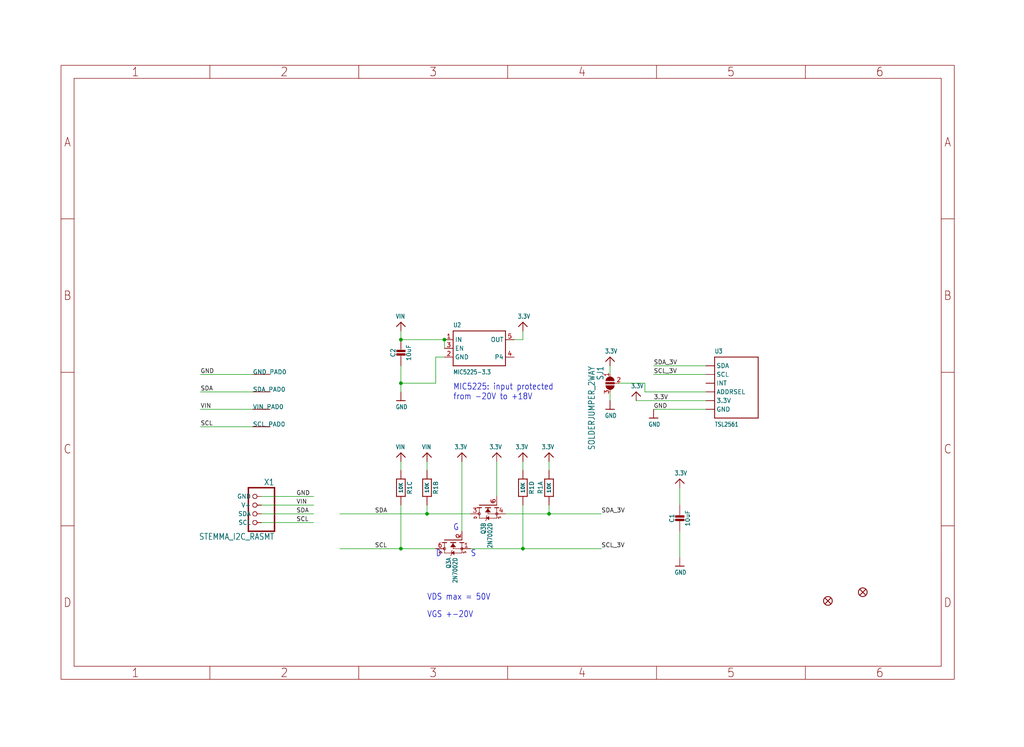
<source format=kicad_sch>
(kicad_sch (version 20211123) (generator eeschema)
  (paper "User" 298.45 217.881)
  (lib_symbols
    (symbol "eagleSchem-eagle-import:3.3V" (power)
      (property "Value" "3.3V" (at -1.524 1.016 0))
      (symbol "3.3V_1_0"
        (polyline (pts (xy -1.27 -1.27) (xy 0 0)) (stroke (width 0.254)))
        (polyline (pts (xy 0 0) (xy 1.27 -1.27)) (stroke (width 0.254)))
        (pin power_in line (at 0 -2.54 90) (length 2.54) (name "3.3V") (number "1"))
      )
    )
    (symbol "eagleSchem-eagle-import:CAP_CERAMIC0805-NOOUTLINE"
      (property "Reference" "C" (at -2.29 1.25 90))
      (property "Value" "CAP_CERAMIC0805-NOOUTLINE" (at 2.3 1.25 90))
      (symbol "CAP_CERAMIC0805-NOOUTLINE_1_0"
        (rectangle (start -1.27 0.508) (end 1.27 1.016) (fill (type outline)))
        (rectangle (start -1.27 1.524) (end 1.27 2.032) (fill (type outline)))
        (polyline (pts (xy 0 0.762) (xy 0 0)) (stroke (width 0.1524)))
        (polyline (pts (xy 0 2.54) (xy 0 1.778)) (stroke (width 0.1524)))
        (pin passive line (at 0 5.08 270) (length 2.54) (name "1") (number "1"))
        (pin passive line (at 0 -2.54 90) (length 2.54) (name "2") (number "2"))
      )
    )
    (symbol "eagleSchem-eagle-import:FIDUCIAL_1MM"
      (symbol "FIDUCIAL_1MM_1_0"
        (polyline (pts (xy -0.762 0.762) (xy 0.762 -0.762)) (stroke (width 0.254)))
        (polyline (pts (xy 0.762 0.762) (xy -0.762 -0.762)) (stroke (width 0.254)))
        (circle (center 0 0) (radius 1.27) (stroke (width 0.254)))
      )
    )
    (symbol "eagleSchem-eagle-import:FRAME_A4"
      (symbol "FRAME_A4_1_0"
        (polyline (pts (xy 0 44.7675) (xy 3.81 44.7675)))
        (polyline (pts (xy 0 89.535) (xy 3.81 89.535)))
        (polyline (pts (xy 0 134.3025) (xy 3.81 134.3025)))
        (polyline (pts (xy 3.81 3.81) (xy 3.81 175.26)))
        (polyline (pts (xy 43.3917 0) (xy 43.3917 3.81)))
        (polyline (pts (xy 43.3917 175.26) (xy 43.3917 179.07)))
        (polyline (pts (xy 86.7833 0) (xy 86.7833 3.81)))
        (polyline (pts (xy 86.7833 175.26) (xy 86.7833 179.07)))
        (polyline (pts (xy 130.175 0) (xy 130.175 3.81)))
        (polyline (pts (xy 130.175 175.26) (xy 130.175 179.07)))
        (polyline (pts (xy 173.5667 0) (xy 173.5667 3.81)))
        (polyline (pts (xy 173.5667 175.26) (xy 173.5667 179.07)))
        (polyline (pts (xy 216.9583 0) (xy 216.9583 3.81)))
        (polyline (pts (xy 216.9583 175.26) (xy 216.9583 179.07)))
        (polyline (pts (xy 256.54 3.81) (xy 3.81 3.81)))
        (polyline (pts (xy 256.54 3.81) (xy 256.54 8.89)) (stroke (width 0.1016)))
        (polyline (pts (xy 256.54 3.81) (xy 256.54 175.26)))
        (polyline (pts (xy 256.54 8.89) (xy 256.54 13.97)) (stroke (width 0.1016)))
        (polyline (pts (xy 256.54 13.97) (xy 256.54 19.05)) (stroke (width 0.1016)))
        (polyline (pts (xy 256.54 19.05) (xy 256.54 36.83)) (stroke (width 0.1016)))
        (polyline (pts (xy 256.54 44.7675) (xy 260.35 44.7675)))
        (polyline (pts (xy 256.54 89.535) (xy 260.35 89.535)))
        (polyline (pts (xy 256.54 134.3025) (xy 260.35 134.3025)))
        (polyline (pts (xy 256.54 175.26) (xy 3.81 175.26)))
        (polyline (pts (xy 0 0) (xy 260.35 0) (xy 260.35 179.07) (xy 0 179.07) (xy 0 0)))
        (text "1" (at 21.6958 1.905 0) (effects (font (size 2.54 2.286))))
        (text "1" (at 21.6958 177.165 0) (effects (font (size 2.54 2.286))))
        (text "2" (at 65.0875 1.905 0) (effects (font (size 2.54 2.286))))
        (text "2" (at 65.0875 177.165 0) (effects (font (size 2.54 2.286))))
        (text "3" (at 108.4792 1.905 0) (effects (font (size 2.54 2.286))))
        (text "3" (at 108.4792 177.165 0) (effects (font (size 2.54 2.286))))
        (text "4" (at 151.8708 1.905 0) (effects (font (size 2.54 2.286))))
        (text "4" (at 151.8708 177.165 0) (effects (font (size 2.54 2.286))))
        (text "5" (at 195.2625 1.905 0) (effects (font (size 2.54 2.286))))
        (text "5" (at 195.2625 177.165 0) (effects (font (size 2.54 2.286))))
        (text "6" (at 238.6542 1.905 0) (effects (font (size 2.54 2.286))))
        (text "6" (at 238.6542 177.165 0) (effects (font (size 2.54 2.286))))
        (text "A" (at 1.905 156.6863 0) (effects (font (size 2.54 2.286))))
        (text "A" (at 258.445 156.6863 0) (effects (font (size 2.54 2.286))))
        (text "B" (at 1.905 111.9188 0) (effects (font (size 2.54 2.286))))
        (text "B" (at 258.445 111.9188 0) (effects (font (size 2.54 2.286))))
        (text "C" (at 1.905 67.1513 0) (effects (font (size 2.54 2.286))))
        (text "C" (at 258.445 67.1513 0) (effects (font (size 2.54 2.286))))
        (text "D" (at 1.905 22.3838 0) (effects (font (size 2.54 2.286))))
        (text "D" (at 258.445 22.3838 0) (effects (font (size 2.54 2.286))))
      )
      (symbol "FRAME_A4_2_0"
        (polyline (pts (xy -0.3048 1.5748) (xy 20.0152 1.5748)) (stroke (width 0.6096)))
        (polyline (pts (xy -0.3048 10.4648) (xy -0.3048 1.5748)) (stroke (width 0.6096)))
        (polyline (pts (xy -0.3048 10.4648) (xy 20.0152 10.4648)) (stroke (width 0.3048)))
        (polyline (pts (xy -0.3048 19.3548) (xy -0.3048 10.4648)) (stroke (width 0.6096)))
        (polyline (pts (xy -0.3048 19.3548) (xy 20.0152 19.3548)) (stroke (width 0.3048)))
        (polyline (pts (xy -0.3048 28.2448) (xy -0.3048 19.3548)) (stroke (width 0.6096)))
        (polyline (pts (xy -0.3048 28.2448) (xy 20.0152 28.2448)) (stroke (width 0.3048)))
        (polyline (pts (xy -0.3048 34.5948) (xy -0.3048 28.2448)) (stroke (width 0.6096)))
        (polyline (pts (xy 20.0152 1.5748) (xy 20.0152 6.6548)) (stroke (width 0.3048)))
        (polyline (pts (xy 20.0152 1.5748) (xy 95.5802 1.5748)) (stroke (width 0.6096)))
        (polyline (pts (xy 20.0152 6.6548) (xy 20.0152 10.4648)) (stroke (width 0.3048)))
        (polyline (pts (xy 20.0152 6.6548) (xy 88.5952 6.6548)) (stroke (width 0.3048)))
        (polyline (pts (xy 20.0152 10.4648) (xy 20.0152 16.8148)) (stroke (width 0.3048)))
        (polyline (pts (xy 20.0152 16.8148) (xy 20.0152 19.3548)) (stroke (width 0.3048)))
        (polyline (pts (xy 20.0152 19.3548) (xy 20.0152 28.2448)) (stroke (width 0.3048)))
        (polyline (pts (xy 20.0152 28.2448) (xy 20.0152 34.5948)) (stroke (width 0.3048)))
        (polyline (pts (xy 20.0152 28.2448) (xy 105.7402 28.2448)) (stroke (width 0.3048)))
        (polyline (pts (xy 20.0152 34.5948) (xy -0.3048 34.5948)) (stroke (width 0.6096)))
        (polyline (pts (xy 88.5952 6.6548) (xy 95.5802 6.6548)) (stroke (width 0.3048)))
        (polyline (pts (xy 88.5952 16.8148) (xy 20.0152 16.8148)) (stroke (width 0.3048)))
        (polyline (pts (xy 88.5952 16.8148) (xy 88.5952 6.6548)) (stroke (width 0.3048)))
        (polyline (pts (xy 95.5802 1.5748) (xy 121.6152 1.5748)) (stroke (width 0.6096)))
        (polyline (pts (xy 95.5802 6.6548) (xy 95.5802 1.5748)) (stroke (width 0.3048)))
        (polyline (pts (xy 95.5802 6.6548) (xy 121.6152 6.6548)) (stroke (width 0.3048)))
        (polyline (pts (xy 101.2952 13.3223) (xy 102.2477 13.3223)) (stroke (width 0.254)))
        (polyline (pts (xy 105.7402 28.2448) (xy 105.7402 34.5948)) (stroke (width 0.3048)))
        (polyline (pts (xy 105.7402 28.2448) (xy 110.1852 28.2448)) (stroke (width 0.3048)))
        (polyline (pts (xy 105.7402 34.5948) (xy 20.0152 34.5948)) (stroke (width 0.6096)))
        (polyline (pts (xy 110.1852 16.8148) (xy 88.5952 16.8148)) (stroke (width 0.3048)))
        (polyline (pts (xy 110.1852 28.2448) (xy 110.1852 16.8148)) (stroke (width 0.3048)))
        (polyline (pts (xy 110.1852 28.2448) (xy 121.6152 28.2448)) (stroke (width 0.3048)))
        (polyline (pts (xy 121.6152 6.6548) (xy 121.6152 1.5748)) (stroke (width 0.6096)))
        (polyline (pts (xy 121.6152 16.8148) (xy 110.1852 16.8148)) (stroke (width 0.3048)))
        (polyline (pts (xy 121.6152 16.8148) (xy 121.6152 6.6548)) (stroke (width 0.6096)))
        (polyline (pts (xy 121.6152 28.2448) (xy 121.6152 16.8148)) (stroke (width 0.6096)))
        (polyline (pts (xy 121.6152 34.5948) (xy 105.7402 34.5948)) (stroke (width 0.6096)))
        (polyline (pts (xy 121.6152 34.5948) (xy 121.6152 28.2448)) (stroke (width 0.6096)))
        (circle (center 109.2327 31.4198) (radius 1.4199) (stroke (width 0.254)))
        (text "2015" (at 112.4077 30.4673 0) (effects (font (size 1.778 1.5113)) (justify left bottom)))
        (text ">CHECKED" (at 2.2352 11.7348 0) (effects (font (size 1.778 1.5113)) (justify left bottom)))
        (text ">COMPANY" (at 23.349 29.6735 0) (effects (font (size 3.175 2.6987) (thickness 0.5397) bold) (justify left bottom)))
        (text ">DATE" (at 2.2352 2.8448 0) (effects (font (size 1.778 1.5113)) (justify left bottom)))
        (text ">DRAWING_NAME" (at 33.0327 2.8448 0) (effects (font (size 2.54 2.159)) (justify left bottom)))
        (text ">DRAWN" (at 2.2352 20.6248 0) (effects (font (size 1.778 1.5113)) (justify left bottom)))
        (text ">DRGNO" (at 91.1352 9.1948 0) (effects (font (size 2.1844 1.8567)) (justify left bottom)))
        (text ">LAST_DATE_TIME" (at 32.7152 9.1948 0) (effects (font (size 2.54 2.159)) (justify left bottom)))
        (text ">REV" (at 113.9952 18.7198 0) (effects (font (size 3.81 3.2385)) (justify left bottom)))
        (text ">SHEET" (at 108.9152 2.8448 0) (effects (font (size 2.54 2.54)) (justify left bottom)))
        (text "C" (at 108.7564 30.7848 0) (effects (font (size 1.27 1.0795)) (justify left bottom)))
        (text "CHECKED" (at 0.9652 16.1798 0) (effects (font (size 1.778 1.5113)) (justify left bottom)))
        (text "DATE" (at 0.9652 7.2898 0) (effects (font (size 1.778 1.5113)) (justify left bottom)))
        (text "DATE" (at 21.2852 13.0048 0) (effects (font (size 2.54 2.54)) (justify left bottom)))
        (text "DRAWN" (at 0.9652 25.0698 0) (effects (font (size 1.778 1.5113)) (justify left bottom)))
        (text "DRG" (at 89.8652 13.0048 0) (effects (font (size 2.54 2.54)) (justify left bottom)))
        (text "FILE:" (at 21.2852 2.8448 0) (effects (font (size 2.54 2.54)) (justify left bottom)))
        (text "ISSUE" (at 5.0927 30.4673 0) (effects (font (size 1.9304 1.6408)) (justify left bottom)))
        (text "N" (at 98.4377 13.0048 0) (effects (font (size 2.54 2.54)) (justify left bottom)))
        (text "o" (at 100.9777 13.9573 0) (effects (font (size 2.1844 1.8567)) (justify left bottom)))
        (text "PAGE:" (at 96.8502 2.8448 0) (effects (font (size 2.54 2.54)) (justify left bottom)))
        (text "REV" (at 112.4077 24.4348 0) (effects (font (size 2.54 2.54)) (justify left bottom)))
        (text "TITLE" (at 21.2852 24.4348 0) (effects (font (size 2.54 2.54)) (justify left bottom)))
      )
    )
    (symbol "eagleSchem-eagle-import:GND" (power)
      (property "Value" "GND" (at -1.524 -2.54 0))
      (symbol "GND_1_0"
        (polyline (pts (xy -1.27 0) (xy 1.27 0)) (stroke (width 0.254)))
        (pin power_in line (at 0 2.54 270) (length 2.54) (name "GND") (number "1"))
      )
    )
    (symbol "eagleSchem-eagle-import:LIGHT_TSL2561"
      (property "Reference" "U" (at -7.62 8.636 0))
      (property "Value" "LIGHT_TSL2561" (at -7.62 -12.7 0))
      (symbol "LIGHT_TSL2561_1_0"
        (polyline (pts (xy -7.62 -10.16) (xy -7.62 7.62)) (stroke (width 0.254)))
        (polyline (pts (xy -7.62 7.62) (xy 5.08 7.62)) (stroke (width 0.254)))
        (polyline (pts (xy 5.08 -10.16) (xy -7.62 -10.16)) (stroke (width 0.254)))
        (polyline (pts (xy 5.08 7.62) (xy 5.08 -10.16)) (stroke (width 0.254)))
        (pin bidirectional line (at -10.16 -2.54 0) (length 2.54) (name "ADDRSEL") (number "ADR"))
        (pin bidirectional line (at -10.16 2.54 0) (length 2.54) (name "SCL") (number "CLK"))
        (pin bidirectional line (at -10.16 5.08 0) (length 2.54) (name "SDA") (number "DATA"))
        (pin bidirectional line (at -10.16 0 0) (length 2.54) (name "INT") (number "INT"))
        (pin bidirectional line (at -10.16 -5.08 0) (length 2.54) (name "3.3V") (number "VDD"))
        (pin bidirectional line (at -10.16 -7.62 0) (length 2.54) (name "GND") (number "VSS"))
      )
    )
    (symbol "eagleSchem-eagle-import:MOSFET-N_DUAL"
      (property "Reference" "Q" (at 5.08 0.635 0))
      (property "Value" "MOSFET-N_DUAL" (at 5.08 -1.27 0))
      (symbol "MOSFET-N_DUAL_1_0"
        (polyline (pts (xy 0 2.54) (xy 0 -2.54)) (stroke (width 0.254)))
        (polyline (pts (xy 0.762 -2.54) (xy 0.762 -3.175)) (stroke (width 0.254)))
        (polyline (pts (xy 0.762 -1.905) (xy 0.762 -2.54)) (stroke (width 0.254)))
        (polyline (pts (xy 0.762 0) (xy 0.762 -0.762)) (stroke (width 0.254)))
        (polyline (pts (xy 0.762 0) (xy 2.54 0)) (stroke (width 0.1524)))
        (polyline (pts (xy 0.762 0.762) (xy 0.762 0)) (stroke (width 0.254)))
        (polyline (pts (xy 0.762 2.54) (xy 0.762 1.905)) (stroke (width 0.254)))
        (polyline (pts (xy 0.762 2.54) (xy 3.81 2.54)) (stroke (width 0.1524)))
        (polyline (pts (xy 0.762 3.175) (xy 0.762 2.54)) (stroke (width 0.254)))
        (polyline (pts (xy 2.54 -2.54) (xy 0.762 -2.54)) (stroke (width 0.1524)))
        (polyline (pts (xy 2.54 -2.54) (xy 3.81 -2.54)) (stroke (width 0.1524)))
        (polyline (pts (xy 2.54 0) (xy 2.54 -2.54)) (stroke (width 0.1524)))
        (polyline (pts (xy 3.302 0.508) (xy 3.048 0.254)) (stroke (width 0.1524)))
        (polyline (pts (xy 3.81 0.508) (xy 3.302 0.508)) (stroke (width 0.1524)))
        (polyline (pts (xy 3.81 0.508) (xy 3.81 -2.54)) (stroke (width 0.1524)))
        (polyline (pts (xy 3.81 2.54) (xy 3.81 0.508)) (stroke (width 0.1524)))
        (polyline (pts (xy 4.318 0.508) (xy 3.81 0.508)) (stroke (width 0.1524)))
        (polyline (pts (xy 4.572 0.762) (xy 4.318 0.508)) (stroke (width 0.1524)))
        (polyline (pts (xy 1.016 0) (xy 2.032 0.762) (xy 2.032 -0.762)) (fill (type outline)))
        (polyline (pts (xy 3.81 0.508) (xy 3.302 -0.254) (xy 4.318 -0.254)) (fill (type outline)))
        (circle (center 2.54 -2.54) (radius 0.3592))
        (circle (center 2.54 2.54) (radius 0.3592))
        (text "D" (at 3.175 3.175 0) (effects (font (size 0.8128 0.6908)) (justify left bottom)))
        (text "G" (at -1.27 -1.905 0) (effects (font (size 0.8128 0.6908)) (justify left bottom)))
        (text "S" (at 3.175 -3.81 0) (effects (font (size 0.8128 0.6908)) (justify left bottom)))
        (pin bidirectional line (at 2.54 -5.08 90) (length 2.54) (name "S") (number "1"))
        (pin bidirectional line (at -2.54 -2.54 0) (length 2.54) (name "G") (number "2"))
        (pin bidirectional line (at 2.54 5.08 270) (length 2.54) (name "D") (number "6"))
      )
      (symbol "MOSFET-N_DUAL_2_0"
        (polyline (pts (xy 0 2.54) (xy 0 -2.54)) (stroke (width 0.254)))
        (polyline (pts (xy 0.762 -2.54) (xy 0.762 -3.175)) (stroke (width 0.254)))
        (polyline (pts (xy 0.762 -1.905) (xy 0.762 -2.54)) (stroke (width 0.254)))
        (polyline (pts (xy 0.762 0) (xy 0.762 -0.762)) (stroke (width 0.254)))
        (polyline (pts (xy 0.762 0) (xy 2.54 0)) (stroke (width 0.1524)))
        (polyline (pts (xy 0.762 0.762) (xy 0.762 0)) (stroke (width 0.254)))
        (polyline (pts (xy 0.762 2.54) (xy 0.762 1.905)) (stroke (width 0.254)))
        (polyline (pts (xy 0.762 2.54) (xy 3.81 2.54)) (stroke (width 0.1524)))
        (polyline (pts (xy 0.762 3.175) (xy 0.762 2.54)) (stroke (width 0.254)))
        (polyline (pts (xy 2.54 -2.54) (xy 0.762 -2.54)) (stroke (width 0.1524)))
        (polyline (pts (xy 2.54 -2.54) (xy 3.81 -2.54)) (stroke (width 0.1524)))
        (polyline (pts (xy 2.54 0) (xy 2.54 -2.54)) (stroke (width 0.1524)))
        (polyline (pts (xy 3.302 0.508) (xy 3.048 0.254)) (stroke (width 0.1524)))
        (polyline (pts (xy 3.81 0.508) (xy 3.302 0.508)) (stroke (width 0.1524)))
        (polyline (pts (xy 3.81 0.508) (xy 3.81 -2.54)) (stroke (width 0.1524)))
        (polyline (pts (xy 3.81 2.54) (xy 3.81 0.508)) (stroke (width 0.1524)))
        (polyline (pts (xy 4.318 0.508) (xy 3.81 0.508)) (stroke (width 0.1524)))
        (polyline (pts (xy 4.572 0.762) (xy 4.318 0.508)) (stroke (width 0.1524)))
        (polyline (pts (xy 1.016 0) (xy 2.032 0.762) (xy 2.032 -0.762)) (fill (type outline)))
        (polyline (pts (xy 3.81 0.508) (xy 3.302 -0.254) (xy 4.318 -0.254)) (fill (type outline)))
        (circle (center 2.54 -2.54) (radius 0.3592))
        (circle (center 2.54 2.54) (radius 0.3592))
        (text "D" (at 3.175 3.175 0) (effects (font (size 0.8128 0.6908)) (justify left bottom)))
        (text "G" (at -1.27 -1.905 0) (effects (font (size 0.8128 0.6908)) (justify left bottom)))
        (text "S" (at 3.175 -3.81 0) (effects (font (size 0.8128 0.6908)) (justify left bottom)))
        (pin bidirectional line (at 2.54 5.08 270) (length 2.54) (name "D") (number "3"))
        (pin bidirectional line (at 2.54 -5.08 90) (length 2.54) (name "S") (number "4"))
        (pin bidirectional line (at -2.54 -2.54 0) (length 2.54) (name "G") (number "5"))
      )
    )
    (symbol "eagleSchem-eagle-import:RESISTOR_4PACK"
      (property "Reference" "R" (at 0 2.54 0))
      (property "Value" "RESISTOR_4PACK" (at 0 0 0))
      (symbol "RESISTOR_4PACK_1_0"
        (polyline (pts (xy -2.54 -1.27) (xy -2.54 1.27)) (stroke (width 0.254)))
        (polyline (pts (xy -2.54 1.27) (xy 2.54 1.27)) (stroke (width 0.254)))
        (polyline (pts (xy 2.54 -1.27) (xy -2.54 -1.27)) (stroke (width 0.254)))
        (polyline (pts (xy 2.54 1.27) (xy 2.54 -1.27)) (stroke (width 0.254)))
        (pin passive line (at -5.08 0 0) (length 2.54) (name "1") (number "1"))
        (pin passive line (at 5.08 0 180) (length 2.54) (name "2") (number "8"))
      )
      (symbol "RESISTOR_4PACK_2_0"
        (polyline (pts (xy -2.54 -1.27) (xy -2.54 1.27)) (stroke (width 0.254)))
        (polyline (pts (xy -2.54 1.27) (xy 2.54 1.27)) (stroke (width 0.254)))
        (polyline (pts (xy 2.54 -1.27) (xy -2.54 -1.27)) (stroke (width 0.254)))
        (polyline (pts (xy 2.54 1.27) (xy 2.54 -1.27)) (stroke (width 0.254)))
        (pin passive line (at -5.08 0 0) (length 2.54) (name "1") (number "2"))
        (pin passive line (at 5.08 0 180) (length 2.54) (name "2") (number "7"))
      )
      (symbol "RESISTOR_4PACK_3_0"
        (polyline (pts (xy -2.54 -1.27) (xy -2.54 1.27)) (stroke (width 0.254)))
        (polyline (pts (xy -2.54 1.27) (xy 2.54 1.27)) (stroke (width 0.254)))
        (polyline (pts (xy 2.54 -1.27) (xy -2.54 -1.27)) (stroke (width 0.254)))
        (polyline (pts (xy 2.54 1.27) (xy 2.54 -1.27)) (stroke (width 0.254)))
        (pin passive line (at -5.08 0 0) (length 2.54) (name "1") (number "3"))
        (pin passive line (at 5.08 0 180) (length 2.54) (name "2") (number "6"))
      )
      (symbol "RESISTOR_4PACK_4_0"
        (polyline (pts (xy -2.54 -1.27) (xy -2.54 1.27)) (stroke (width 0.254)))
        (polyline (pts (xy -2.54 1.27) (xy 2.54 1.27)) (stroke (width 0.254)))
        (polyline (pts (xy 2.54 -1.27) (xy -2.54 -1.27)) (stroke (width 0.254)))
        (polyline (pts (xy 2.54 1.27) (xy 2.54 -1.27)) (stroke (width 0.254)))
        (pin passive line (at -5.08 0 0) (length 2.54) (name "1") (number "4"))
        (pin passive line (at 5.08 0 180) (length 2.54) (name "2") (number "5"))
      )
    )
    (symbol "eagleSchem-eagle-import:SEWTAP-ALLIGATOR"
      (property "Reference" "TP" (at 0 0 0))
      (symbol "SEWTAP-ALLIGATOR_1_0"
        (pin bidirectional line (at 0 0 0) (length 5.08) (name "SEW") (number "P$1"))
      )
    )
    (symbol "eagleSchem-eagle-import:SOLDERJUMPER_2WAY"
      (property "Reference" "SJ" (at -5.08 -3.81 0))
      (property "Value" "SOLDERJUMPER_2WAY" (at -5.08 -6.35 0))
      (symbol "SOLDERJUMPER_2WAY_1_0"
        (arc (start -0.635 1.27) (mid -1.905 0) (end -0.635 -1.27) (stroke (width 0.0001)) (fill (type outline)))
        (rectangle (start -0.254 -1.27) (end 0.254 1.27) (fill (type outline)))
        (polyline (pts (xy -2.54 0) (xy -1.651 0)) (stroke (width 0.1524)))
        (polyline (pts (xy 0 2.54) (xy 0 0.381)) (stroke (width 0.1524)))
        (polyline (pts (xy 2.54 0) (xy 1.651 0)) (stroke (width 0.1524)))
        (arc (start 0.635 -1.27) (mid 1.905 0) (end 0.635 1.27) (stroke (width 0.0001)) (fill (type outline)))
        (pin passive line (at -2.54 0 0) (length 0) (name "1") (number "1"))
        (pin passive line (at 0 2.54 270) (length 0) (name "2") (number "2"))
        (pin passive line (at 2.54 0 180) (length 0) (name "3") (number "3"))
      )
    )
    (symbol "eagleSchem-eagle-import:STEMMA_I2C_RASMT"
      (property "Value" "STEMMA_I2C_RASMT" (at -3.81 -7.62 0))
      (symbol "STEMMA_I2C_RASMT_1_0"
        (polyline (pts (xy -3.81 -5.08) (xy 3.81 -5.08)) (stroke (width 0.4064)))
        (polyline (pts (xy -3.81 7.62) (xy -3.81 -5.08)) (stroke (width 0.4064)))
        (polyline (pts (xy 3.81 -5.08) (xy 3.81 7.62)) (stroke (width 0.4064)))
        (polyline (pts (xy 3.81 7.62) (xy -3.81 7.62)) (stroke (width 0.4064)))
        (pin passive inverted (at 0 5.08 0) (length 2.54) (name "GND") (number "1"))
        (pin passive inverted (at 0 2.54 0) (length 2.54) (name "V+") (number "2"))
        (pin passive inverted (at 0 0 0) (length 2.54) (name "SDA") (number "3"))
        (pin passive inverted (at 0 -2.54 0) (length 2.54) (name "SCL") (number "4"))
      )
    )
    (symbol "eagleSchem-eagle-import:VIN" (power)
      (property "Value" "VIN" (at -1.524 1.016 0))
      (symbol "VIN_1_0"
        (polyline (pts (xy -1.27 -1.27) (xy 0 0)) (stroke (width 0.254)))
        (polyline (pts (xy 0 0) (xy 1.27 -1.27)) (stroke (width 0.254)))
        (pin power_in line (at 0 -2.54 90) (length 2.54) (name "VIN") (number "1"))
      )
    )
    (symbol "eagleSchem-eagle-import:VREG_SOT23-5"
      (property "Reference" "U" (at -7.62 6.096 0))
      (property "Value" "VREG_SOT23-5" (at -7.62 -7.62 0))
      (symbol "VREG_SOT23-5_1_0"
        (polyline (pts (xy -7.62 -5.08) (xy -7.62 5.08)) (stroke (width 0.254)))
        (polyline (pts (xy -7.62 5.08) (xy 7.62 5.08)) (stroke (width 0.254)))
        (polyline (pts (xy 7.62 -5.08) (xy -7.62 -5.08)) (stroke (width 0.254)))
        (polyline (pts (xy 7.62 5.08) (xy 7.62 -5.08)) (stroke (width 0.254)))
        (pin power_in line (at -10.16 2.54 0) (length 2.54) (name "IN") (number "1"))
        (pin power_in line (at -10.16 -2.54 0) (length 2.54) (name "GND") (number "2"))
        (pin input line (at -10.16 0 0) (length 2.54) (name "EN") (number "3"))
        (pin bidirectional line (at 10.16 -2.54 180) (length 2.54) (name "P4") (number "4"))
        (pin power_in line (at 10.16 2.54 180) (length 2.54) (name "OUT") (number "5"))
      )
    )
  )
  (junction (at 116.84 160.02))
  (junction (at 116.84 99.06))
  (junction (at 124.46 149.86))
  (junction (at 129.54 99.06))
  (junction (at 152.4 160.02))
  (junction (at 116.84 111.76))
  (junction (at 160.02 149.86))
  (wire (pts (xy 205.74 106.68) (xy 190.5 106.68)))
  (wire (pts (xy 127 104.14) (xy 127 111.76)))
  (wire (pts (xy 127 111.76) (xy 116.84 111.76)))
  (wire (pts (xy 187.96 111.76) (xy 187.96 114.3)))
  (wire (pts (xy 116.84 134.62) (xy 116.84 137.16)))
  (wire (pts (xy 91.44 147.32) (xy 76.2 147.32)))
  (wire (pts (xy 152.4 160.02) (xy 175.26 160.02)))
  (wire (pts (xy 129.54 101.6) (xy 129.54 99.06)))
  (wire (pts (xy 149.86 99.06) (xy 152.4 99.06)))
  (wire (pts (xy 116.84 96.52) (xy 116.84 99.06)))
  (wire (pts (xy 116.84 160.02) (xy 99.06 160.02)))
  (wire (pts (xy 190.5 109.22) (xy 205.74 109.22)))
  (wire (pts (xy 160.02 149.86) (xy 175.26 149.86)))
  (wire (pts (xy 124.46 149.86) (xy 99.06 149.86)))
  (wire (pts (xy 177.8 116.84) (xy 177.8 114.3)))
  (wire (pts (xy 147.32 149.86) (xy 160.02 149.86)))
  (wire (pts (xy 129.54 99.06) (xy 116.84 99.06)))
  (wire (pts (xy 152.4 99.06) (xy 152.4 96.52)))
  (wire (pts (xy 187.96 114.3) (xy 205.74 114.3)))
  (wire (pts (xy 76.2 144.78) (xy 91.44 144.78)))
  (wire (pts (xy 58.42 119.38) (xy 73.66 119.38)))
  (wire (pts (xy 129.54 104.14) (xy 127 104.14)))
  (wire (pts (xy 144.78 144.78) (xy 144.78 134.62)))
  (wire (pts (xy 137.16 149.86) (xy 124.46 149.86)))
  (wire (pts (xy 73.66 114.3) (xy 58.42 114.3)))
  (wire (pts (xy 116.84 111.76) (xy 116.84 114.3)))
  (wire (pts (xy 124.46 137.16) (xy 124.46 134.62)))
  (wire (pts (xy 134.62 154.94) (xy 134.62 134.62)))
  (wire (pts (xy 198.12 162.56) (xy 198.12 154.94)))
  (wire (pts (xy 116.84 147.32) (xy 116.84 160.02)))
  (wire (pts (xy 76.2 152.4) (xy 91.44 152.4)))
  (wire (pts (xy 152.4 147.32) (xy 152.4 160.02)))
  (wire (pts (xy 205.74 116.84) (xy 185.42 116.84)))
  (wire (pts (xy 116.84 111.76) (xy 116.84 106.68)))
  (wire (pts (xy 160.02 137.16) (xy 160.02 134.62)))
  (wire (pts (xy 180.34 111.76) (xy 187.96 111.76)))
  (wire (pts (xy 73.66 124.46) (xy 58.42 124.46)))
  (wire (pts (xy 190.5 119.38) (xy 205.74 119.38)))
  (wire (pts (xy 127 160.02) (xy 116.84 160.02)))
  (wire (pts (xy 152.4 137.16) (xy 152.4 134.62)))
  (wire (pts (xy 177.8 106.68) (xy 177.8 109.22)))
  (wire (pts (xy 76.2 149.86) (xy 91.44 149.86)))
  (wire (pts (xy 198.12 147.32) (xy 198.12 142.24)))
  (wire (pts (xy 124.46 147.32) (xy 124.46 149.86)))
  (wire (pts (xy 137.16 160.02) (xy 152.4 160.02)))
  (wire (pts (xy 160.02 147.32) (xy 160.02 149.86)))
  (wire (pts (xy 58.42 109.22) (xy 73.66 109.22)))
  (text "G" (at 132.08 154.94 180) (effects (font (size 1.778 1.5113)) (justify left bottom)))
  (text "VGS +-20V" (at 124.46 180.34 180) (effects (font (size 1.778 1.5113)) (justify left bottom)))
  (text "VDS max = 50V" (at 124.46 175.26 180) (effects (font (size 1.778 1.5113)) (justify left bottom)))
  (text "S" (at 137.16 162.56 180) (effects (font (size 1.778 1.5113)) (justify left bottom)))
  (text "MIC5225: input protected\nfrom -20V to +18V" (at 132.08 116.84 180) (effects (font (size 1.778 1.5113)) (justify left bottom)))
  (text "D" (at 127 162.56 180) (effects (font (size 1.778 1.5113)) (justify left bottom)))
  (label "VIN" (at 86.36 147.32 0) (effects (font (size 1.2446 1.2446))))
  (label "GND" (at 58.42 109.22 0) (effects (font (size 1.2446 1.2446))))
  (label "SCL" (at 86.36 152.4 0) (effects (font (size 1.2446 1.2446))))
  (label "SDA" (at 58.42 114.3 0) (effects (font (size 1.2446 1.2446))))
  (label "SCL" (at 109.22 160.02 0) (effects (font (size 1.2446 1.2446))))
  (label "SDA_3V" (at 190.5 106.68 0) (effects (font (size 1.2446 1.2446))))
  (label "GND" (at 86.36 144.78 0) (effects (font (size 1.2446 1.2446))))
  (label "VIN" (at 58.42 119.38 0) (effects (font (size 1.2446 1.2446))))
  (label "3.3V" (at 190.5 116.84 0) (effects (font (size 1.2446 1.2446))))
  (label "GND" (at 190.5 119.38 0) (effects (font (size 1.2446 1.2446))))
  (label "SDA_3V" (at 175.26 149.86 0) (effects (font (size 1.2446 1.2446))))
  (label "SCL_3V" (at 190.5 109.22 0) (effects (font (size 1.2446 1.2446))))
  (label "SDA" (at 109.22 149.86 0) (effects (font (size 1.2446 1.2446))))
  (label "SCL_3V" (at 175.26 160.02 0) (effects (font (size 1.2446 1.2446))))
  (label "SCL" (at 58.42 124.46 0) (effects (font (size 1.2446 1.2446))))
  (label "SDA" (at 86.36 149.86 0) (effects (font (size 1.2446 1.2446))))
  (symbol (lib_id "eagleSchem-eagle-import:3.3V") (at 177.8 104.14 0) (unit 1)
    (property "Reference" "#U$6" (effects hide))
    (property "Value" "3.3V" (at 176.276 103.124 0) (effects (font (size 1.27 1.0795)) (justify left bottom)))
    (property "Footprint" "eagleSchem:" (effects hide))
  )
  (symbol (lib_id "eagleSchem-eagle-import:VREG_SOT23-5") (at 139.7 101.6 0) (unit 1)
    (property "Reference" "U2" (at 132.08 95.504 0) (effects (font (size 1.27 1.0795)) (justify left bottom)))
    (property "Value" "MIC5225-3.3" (at 132.08 109.22 0) (effects (font (size 1.27 1.0795)) (justify left bottom)))
    (property "Footprint" "eagleSchem:SOT23-5" (effects hide))
  )
  (symbol (lib_id "eagleSchem-eagle-import:3.3V") (at 144.78 132.08 0) (mirror y) (unit 1)
    (property "Reference" "#U$14" (effects hide))
    (property "Value" "3.3V" (at 146.304 131.064 0) (effects (font (size 1.27 1.0795)) (justify left bottom)))
    (property "Footprint" "eagleSchem:" (effects hide))
  )
  (symbol (lib_id "eagleSchem-eagle-import:SEWTAP-ALLIGATOR") (at 73.66 124.46 0) (unit 1)
    (property "Reference" "SCL_PAD0" (at 73.66 124.46 0) (effects (justify left bottom)))
    (property "Value" "SEWTAP-ALLIGATOR" (effects hide))
    (property "Footprint" "eagleSchem:SEWALLI" (effects hide))
  )
  (symbol (lib_id "eagleSchem-eagle-import:GND") (at 198.12 165.1 0) (unit 1)
    (property "Reference" "#U$3" (effects hide))
    (property "Value" "GND" (at 196.596 167.64 0) (effects (font (size 1.27 1.0795)) (justify left bottom)))
    (property "Footprint" "eagleSchem:" (effects hide))
  )
  (symbol (lib_id "eagleSchem-eagle-import:SEWTAP-ALLIGATOR") (at 73.66 114.3 0) (unit 1)
    (property "Reference" "SDA_PAD0" (at 73.66 114.3 0) (effects (justify left bottom)))
    (property "Value" "SEWTAP-ALLIGATOR" (effects hide))
    (property "Footprint" "eagleSchem:SEWALLI" (effects hide))
  )
  (symbol (lib_id "eagleSchem-eagle-import:SOLDERJUMPER_2WAY") (at 177.8 111.76 270) (unit 1)
    (property "Reference" "SJ1" (at 173.99 106.68 0) (effects (font (size 1.778 1.5113)) (justify left bottom)))
    (property "Value" "SOLDERJUMPER_2WAY" (at 171.45 106.68 0) (effects (font (size 1.778 1.5113)) (justify left bottom)))
    (property "Footprint" "eagleSchem:SOLDERJUMPER_2WAY_OPEN_NOPASTE" (effects hide))
  )
  (symbol (lib_id "eagleSchem-eagle-import:3.3V") (at 185.42 114.3 0) (unit 1)
    (property "Reference" "#U$15" (effects hide))
    (property "Value" "3.3V" (at 183.896 113.284 0) (effects (font (size 1.27 1.0795)) (justify left bottom)))
    (property "Footprint" "eagleSchem:" (effects hide))
  )
  (symbol (lib_id "eagleSchem-eagle-import:FIDUCIAL_1MM") (at 241.3 175.26 0) (unit 1)
    (property "Reference" "FID1" (effects hide))
    (property "Value" "FIDUCIAL_1MM" (effects hide))
    (property "Footprint" "eagleSchem:FIDUCIAL_1MM" (effects hide))
  )
  (symbol (lib_id "eagleSchem-eagle-import:3.3V") (at 152.4 93.98 0) (unit 1)
    (property "Reference" "#U$2" (effects hide))
    (property "Value" "3.3V" (at 150.876 92.964 0) (effects (font (size 1.27 1.0795)) (justify left bottom)))
    (property "Footprint" "eagleSchem:" (effects hide))
  )
  (symbol (lib_id "eagleSchem-eagle-import:RESISTOR_4PACK") (at 124.46 142.24 270) (unit 2)
    (property "Reference" "R1" (at 127 142.24 0))
    (property "Value" "10K" (at 124.46 142.24 0) (effects (font (size 1.016 1.016) bold)))
    (property "Footprint" "eagleSchem:RESPACK_4X0603" (effects hide))
  )
  (symbol (lib_id "eagleSchem-eagle-import:FIDUCIAL_1MM") (at 251.46 172.72 0) (unit 1)
    (property "Reference" "FID2" (effects hide))
    (property "Value" "FIDUCIAL_1MM" (effects hide))
    (property "Footprint" "eagleSchem:FIDUCIAL_1MM" (effects hide))
  )
  (symbol (lib_id "eagleSchem-eagle-import:GND") (at 190.5 121.92 0) (unit 1)
    (property "Reference" "#U$1" (effects hide))
    (property "Value" "GND" (at 188.976 124.46 0) (effects (font (size 1.27 1.0795)) (justify left bottom)))
    (property "Footprint" "eagleSchem:" (effects hide))
  )
  (symbol (lib_id "eagleSchem-eagle-import:FRAME_A4") (at 17.78 198.12 0) (unit 1)
    (property "Reference" "#FRAME1" (effects hide))
    (property "Value" "FRAME_A4" (effects hide))
    (property "Footprint" "eagleSchem:" (effects hide))
  )
  (symbol (lib_id "eagleSchem-eagle-import:GND") (at 116.84 116.84 0) (unit 1)
    (property "Reference" "#U$13" (effects hide))
    (property "Value" "GND" (at 115.316 119.38 0) (effects (font (size 1.27 1.0795)) (justify left bottom)))
    (property "Footprint" "eagleSchem:" (effects hide))
  )
  (symbol (lib_id "eagleSchem-eagle-import:STEMMA_I2C_RASMT") (at 76.2 149.86 0) (mirror y) (unit 1)
    (property "Reference" "X1" (at 80.01 141.605 0) (effects (font (size 1.778 1.5113)) (justify left bottom)))
    (property "Value" "STEMMA_I2C_RASMT" (at 80.01 157.48 0) (effects (font (size 1.778 1.5113)) (justify left bottom)))
    (property "Footprint" "eagleSchem:JSTPH4" (effects hide))
  )
  (symbol (lib_id "eagleSchem-eagle-import:VIN") (at 124.46 132.08 0) (unit 1)
    (property "Reference" "#U$16" (effects hide))
    (property "Value" "VIN" (at 122.936 131.064 0) (effects (font (size 1.27 1.0795)) (justify left bottom)))
    (property "Footprint" "eagleSchem:" (effects hide))
  )
  (symbol (lib_id "eagleSchem-eagle-import:RESISTOR_4PACK") (at 116.84 142.24 270) (unit 3)
    (property "Reference" "R1" (at 119.38 142.24 0))
    (property "Value" "10K" (at 116.84 142.24 0) (effects (font (size 1.016 1.016) bold)))
    (property "Footprint" "eagleSchem:RESPACK_4X0603" (effects hide))
  )
  (symbol (lib_id "eagleSchem-eagle-import:SEWTAP-ALLIGATOR") (at 73.66 109.22 0) (unit 1)
    (property "Reference" "GND_PAD0" (at 73.66 109.22 0) (effects (justify left bottom)))
    (property "Value" "SEWTAP-ALLIGATOR" (effects hide))
    (property "Footprint" "eagleSchem:SEWALLI" (effects hide))
  )
  (symbol (lib_id "eagleSchem-eagle-import:3.3V") (at 198.12 139.7 0) (unit 1)
    (property "Reference" "#U$5" (effects hide))
    (property "Value" "3.3V" (at 196.596 138.684 0) (effects (font (size 1.27 1.0795)) (justify left bottom)))
    (property "Footprint" "eagleSchem:" (effects hide))
  )
  (symbol (lib_id "eagleSchem-eagle-import:CAP_CERAMIC0805-NOOUTLINE") (at 116.84 104.14 0) (unit 1)
    (property "Reference" "C2" (at 114.55 102.89 90))
    (property "Value" "10uF" (at 119.14 102.89 90))
    (property "Footprint" "eagleSchem:0805-NO" (effects hide))
  )
  (symbol (lib_id "eagleSchem-eagle-import:3.3V") (at 152.4 132.08 0) (mirror y) (unit 1)
    (property "Reference" "#U$11" (effects hide))
    (property "Value" "3.3V" (at 153.924 131.064 0) (effects (font (size 1.27 1.0795)) (justify left bottom)))
    (property "Footprint" "eagleSchem:" (effects hide))
  )
  (symbol (lib_id "eagleSchem-eagle-import:MOSFET-N_DUAL") (at 142.24 147.32 90) (mirror x) (unit 2)
    (property "Reference" "Q3" (at 141.605 152.4 0) (effects (font (size 1.27 1.0795)) (justify left bottom)))
    (property "Value" "2N7002D" (at 143.51 152.4 0) (effects (font (size 1.27 1.0795)) (justify left bottom)))
    (property "Footprint" "eagleSchem:SOT363" (effects hide))
  )
  (symbol (lib_id "eagleSchem-eagle-import:CAP_CERAMIC0805-NOOUTLINE") (at 198.12 152.4 0) (unit 1)
    (property "Reference" "C1" (at 195.83 151.15 90))
    (property "Value" "10uF" (at 200.42 151.15 90))
    (property "Footprint" "eagleSchem:0805-NO" (effects hide))
  )
  (symbol (lib_id "eagleSchem-eagle-import:3.3V") (at 134.62 132.08 0) (mirror y) (unit 1)
    (property "Reference" "#U$12" (effects hide))
    (property "Value" "3.3V" (at 136.144 131.064 0) (effects (font (size 1.27 1.0795)) (justify left bottom)))
    (property "Footprint" "eagleSchem:" (effects hide))
  )
  (symbol (lib_id "eagleSchem-eagle-import:3.3V") (at 160.02 132.08 0) (mirror y) (unit 1)
    (property "Reference" "#U$10" (effects hide))
    (property "Value" "3.3V" (at 161.544 131.064 0) (effects (font (size 1.27 1.0795)) (justify left bottom)))
    (property "Footprint" "eagleSchem:" (effects hide))
  )
  (symbol (lib_id "eagleSchem-eagle-import:MOSFET-N_DUAL") (at 132.08 157.48 90) (mirror x) (unit 1)
    (property "Reference" "Q3" (at 131.445 162.56 0) (effects (font (size 1.27 1.0795)) (justify left bottom)))
    (property "Value" "2N7002D" (at 133.35 162.56 0) (effects (font (size 1.27 1.0795)) (justify left bottom)))
    (property "Footprint" "eagleSchem:SOT363" (effects hide))
  )
  (symbol (lib_id "eagleSchem-eagle-import:GND") (at 177.8 119.38 0) (unit 1)
    (property "Reference" "#U$18" (effects hide))
    (property "Value" "GND" (at 176.276 121.92 0) (effects (font (size 1.27 1.0795)) (justify left bottom)))
    (property "Footprint" "eagleSchem:" (effects hide))
  )
  (symbol (lib_id "eagleSchem-eagle-import:RESISTOR_4PACK") (at 152.4 142.24 270) (mirror x) (unit 4)
    (property "Reference" "R1" (at 154.94 142.24 0))
    (property "Value" "10K" (at 152.4 142.24 0) (effects (font (size 1.016 1.016) bold)))
    (property "Footprint" "eagleSchem:RESPACK_4X0603" (effects hide))
  )
  (symbol (lib_id "eagleSchem-eagle-import:VIN") (at 116.84 132.08 0) (unit 1)
    (property "Reference" "#U$17" (effects hide))
    (property "Value" "VIN" (at 115.316 131.064 0) (effects (font (size 1.27 1.0795)) (justify left bottom)))
    (property "Footprint" "eagleSchem:" (effects hide))
  )
  (symbol (lib_id "eagleSchem-eagle-import:LIGHT_TSL2561") (at 215.9 111.76 0) (unit 1)
    (property "Reference" "U3" (at 208.28 103.124 0) (effects (font (size 1.27 1.0795)) (justify left bottom)))
    (property "Value" "TSL2561" (at 208.28 124.46 0) (effects (font (size 1.27 1.0795)) (justify left bottom)))
    (property "Footprint" "eagleSchem:TSL2561_FN" (effects hide))
  )
  (symbol (lib_id "eagleSchem-eagle-import:SEWTAP-ALLIGATOR") (at 73.66 119.38 0) (unit 1)
    (property "Reference" "VIN_PAD0" (at 73.66 119.38 0) (effects (justify left bottom)))
    (property "Value" "SEWTAP-ALLIGATOR" (effects hide))
    (property "Footprint" "eagleSchem:SEWALLI" (effects hide))
  )
  (symbol (lib_id "eagleSchem-eagle-import:RESISTOR_4PACK") (at 160.02 142.24 90) (mirror x) (unit 1)
    (property "Reference" "R1" (at 157.48 142.24 0))
    (property "Value" "10K" (at 160.02 142.24 0) (effects (font (size 1.016 1.016) bold)))
    (property "Footprint" "eagleSchem:RESPACK_4X0603" (effects hide))
  )
  (symbol (lib_id "eagleSchem-eagle-import:VIN") (at 116.84 93.98 0) (unit 1)
    (property "Reference" "#U$9" (effects hide))
    (property "Value" "VIN" (at 115.316 92.964 0) (effects (font (size 1.27 1.0795)) (justify left bottom)))
    (property "Footprint" "eagleSchem:" (effects hide))
  )
)
</source>
